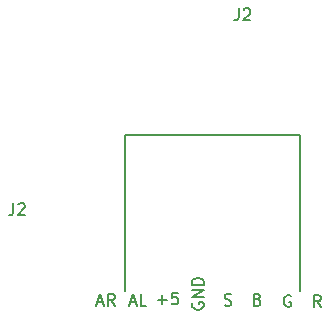
<source format=gto>
G04 #@! TF.GenerationSoftware,KiCad,Pcbnew,(5.1.0)-1*
G04 #@! TF.CreationDate,2019-10-14T10:16:39-04:00*
G04 #@! TF.ProjectId,MiniDin8Adapter,4d696e69-4469-46e3-9841-646170746572,rev?*
G04 #@! TF.SameCoordinates,Original*
G04 #@! TF.FileFunction,Legend,Top*
G04 #@! TF.FilePolarity,Positive*
%FSLAX46Y46*%
G04 Gerber Fmt 4.6, Leading zero omitted, Abs format (unit mm)*
G04 Created by KiCad (PCBNEW (5.1.0)-1) date 2019-10-14 10:16:39*
%MOMM*%
%LPD*%
G04 APERTURE LIST*
%ADD10C,0.150000*%
G04 APERTURE END LIST*
D10*
X153611904Y-112500000D02*
X153516666Y-112452380D01*
X153373809Y-112452380D01*
X153230952Y-112500000D01*
X153135714Y-112595238D01*
X153088095Y-112690476D01*
X153040476Y-112880952D01*
X153040476Y-113023809D01*
X153088095Y-113214285D01*
X153135714Y-113309523D01*
X153230952Y-113404761D01*
X153373809Y-113452380D01*
X153469047Y-113452380D01*
X153611904Y-113404761D01*
X153659523Y-113357142D01*
X153659523Y-113023809D01*
X153469047Y-113023809D01*
X145300000Y-113111904D02*
X145252380Y-113207142D01*
X145252380Y-113350000D01*
X145300000Y-113492857D01*
X145395238Y-113588095D01*
X145490476Y-113635714D01*
X145680952Y-113683333D01*
X145823809Y-113683333D01*
X146014285Y-113635714D01*
X146109523Y-113588095D01*
X146204761Y-113492857D01*
X146252380Y-113350000D01*
X146252380Y-113254761D01*
X146204761Y-113111904D01*
X146157142Y-113064285D01*
X145823809Y-113064285D01*
X145823809Y-113254761D01*
X146252380Y-112635714D02*
X145252380Y-112635714D01*
X146252380Y-112064285D01*
X145252380Y-112064285D01*
X146252380Y-111588095D02*
X145252380Y-111588095D01*
X145252380Y-111350000D01*
X145300000Y-111207142D01*
X145395238Y-111111904D01*
X145490476Y-111064285D01*
X145680952Y-111016666D01*
X145823809Y-111016666D01*
X146014285Y-111064285D01*
X146109523Y-111111904D01*
X146204761Y-111207142D01*
X146252380Y-111350000D01*
X146252380Y-111588095D01*
X137261904Y-113066666D02*
X137738095Y-113066666D01*
X137166666Y-113352380D02*
X137500000Y-112352380D01*
X137833333Y-113352380D01*
X138738095Y-113352380D02*
X138404761Y-112876190D01*
X138166666Y-113352380D02*
X138166666Y-112352380D01*
X138547619Y-112352380D01*
X138642857Y-112400000D01*
X138690476Y-112447619D01*
X138738095Y-112542857D01*
X138738095Y-112685714D01*
X138690476Y-112780952D01*
X138642857Y-112828571D01*
X138547619Y-112876190D01*
X138166666Y-112876190D01*
X140007142Y-113066666D02*
X140483333Y-113066666D01*
X139911904Y-113352380D02*
X140245238Y-112352380D01*
X140578571Y-113352380D01*
X141388095Y-113352380D02*
X140911904Y-113352380D01*
X140911904Y-112352380D01*
X142342857Y-112871428D02*
X143104761Y-112871428D01*
X142723809Y-113252380D02*
X142723809Y-112490476D01*
X144057142Y-112252380D02*
X143580952Y-112252380D01*
X143533333Y-112728571D01*
X143580952Y-112680952D01*
X143676190Y-112633333D01*
X143914285Y-112633333D01*
X144009523Y-112680952D01*
X144057142Y-112728571D01*
X144104761Y-112823809D01*
X144104761Y-113061904D01*
X144057142Y-113157142D01*
X144009523Y-113204761D01*
X143914285Y-113252380D01*
X143676190Y-113252380D01*
X143580952Y-113204761D01*
X143533333Y-113157142D01*
X148014285Y-113304761D02*
X148157142Y-113352380D01*
X148395238Y-113352380D01*
X148490476Y-113304761D01*
X148538095Y-113257142D01*
X148585714Y-113161904D01*
X148585714Y-113066666D01*
X148538095Y-112971428D01*
X148490476Y-112923809D01*
X148395238Y-112876190D01*
X148204761Y-112828571D01*
X148109523Y-112780952D01*
X148061904Y-112733333D01*
X148014285Y-112638095D01*
X148014285Y-112542857D01*
X148061904Y-112447619D01*
X148109523Y-112400000D01*
X148204761Y-112352380D01*
X148442857Y-112352380D01*
X148585714Y-112400000D01*
X150821428Y-112828571D02*
X150964285Y-112876190D01*
X151011904Y-112923809D01*
X151059523Y-113019047D01*
X151059523Y-113161904D01*
X151011904Y-113257142D01*
X150964285Y-113304761D01*
X150869047Y-113352380D01*
X150488095Y-113352380D01*
X150488095Y-112352380D01*
X150821428Y-112352380D01*
X150916666Y-112400000D01*
X150964285Y-112447619D01*
X151011904Y-112542857D01*
X151011904Y-112638095D01*
X150964285Y-112733333D01*
X150916666Y-112780952D01*
X150821428Y-112828571D01*
X150488095Y-112828571D01*
X156159523Y-113452380D02*
X155826190Y-112976190D01*
X155588095Y-113452380D02*
X155588095Y-112452380D01*
X155969047Y-112452380D01*
X156064285Y-112500000D01*
X156111904Y-112547619D01*
X156159523Y-112642857D01*
X156159523Y-112785714D01*
X156111904Y-112880952D01*
X156064285Y-112928571D01*
X155969047Y-112976190D01*
X155588095Y-112976190D01*
X154400000Y-112100000D02*
X154400000Y-98900000D01*
X154400000Y-98900000D02*
X139600000Y-98900000D01*
X139600000Y-98900000D02*
X139600000Y-112100000D01*
X149206666Y-88192380D02*
X149206666Y-88906666D01*
X149159047Y-89049523D01*
X149063809Y-89144761D01*
X148920952Y-89192380D01*
X148825714Y-89192380D01*
X149635238Y-88287619D02*
X149682857Y-88240000D01*
X149778095Y-88192380D01*
X150016190Y-88192380D01*
X150111428Y-88240000D01*
X150159047Y-88287619D01*
X150206666Y-88382857D01*
X150206666Y-88478095D01*
X150159047Y-88620952D01*
X149587619Y-89192380D01*
X150206666Y-89192380D01*
X130126666Y-104692380D02*
X130126666Y-105406666D01*
X130079047Y-105549523D01*
X129983809Y-105644761D01*
X129840952Y-105692380D01*
X129745714Y-105692380D01*
X130555238Y-104787619D02*
X130602857Y-104740000D01*
X130698095Y-104692380D01*
X130936190Y-104692380D01*
X131031428Y-104740000D01*
X131079047Y-104787619D01*
X131126666Y-104882857D01*
X131126666Y-104978095D01*
X131079047Y-105120952D01*
X130507619Y-105692380D01*
X131126666Y-105692380D01*
M02*

</source>
